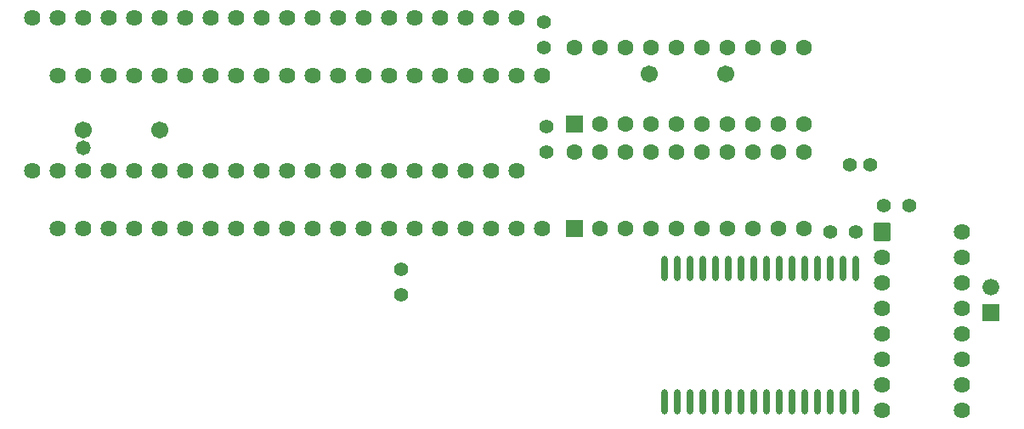
<source format=gbs>
G04 Layer: BottomSolderMaskLayer*
G04 EasyEDA v6.5.51, 2025-09-14 18:22:56*
G04 65470a2a99dd484cb8e495e3fbabed1f,d25947a9a65e436e8dba57a0ec84572b,10*
G04 Gerber Generator version 0.2*
G04 Scale: 100 percent, Rotated: No, Reflected: No *
G04 Dimensions in millimeters *
G04 leading zeros omitted , absolute positions ,4 integer and 5 decimal *
%FSLAX45Y45*%
%MOMM*%

%AMMACRO1*4,1,8,-0.8085,-0.8382,-0.8382,-0.8084,-0.8382,0.8085,-0.8085,0.8382,0.8084,0.8382,0.8382,0.8085,0.8382,-0.8084,0.8084,-0.8382,-0.8085,-0.8382,0*%
%AMMACRO2*4,1,8,-0.7831,-0.9008,-0.8128,-0.871,-0.8128,0.8711,-0.7831,0.9008,0.783,0.9008,0.8128,0.8711,0.8128,-0.871,0.783,-0.9008,-0.7831,-0.9008,0*%
%AMMACRO3*4,1,8,-0.8211,-0.8508,-0.8508,-0.821,-0.8508,0.8211,-0.8211,0.8508,0.821,0.8508,0.8508,0.8211,0.8508,-0.821,0.821,-0.8508,-0.8211,-0.8508,0*%
%ADD10C,1.6256*%
%ADD11C,1.7016*%
%ADD12O,0.68961X2.49809*%
%ADD13MACRO1*%
%ADD14C,1.6764*%
%ADD15C,0.0154*%
%ADD16C,1.4016*%
%ADD17C,1.4732*%
%ADD18C,1.3970*%
%ADD19MACRO2*%
%ADD20C,1.6016*%
%ADD21MACRO3*%

%LPD*%
D10*
G01*
X406400Y-2285997D03*
G01*
X660400Y-2285997D03*
G01*
X914400Y-2285997D03*
G01*
X1168400Y-2285997D03*
G01*
X1422400Y-2285997D03*
G01*
X2692400Y-2285997D03*
G01*
X2438400Y-2285997D03*
G01*
X2184400Y-2285997D03*
G01*
X1930400Y-2285997D03*
G01*
X1676400Y-2285997D03*
G01*
X3962400Y-2285997D03*
G01*
X3708400Y-2285997D03*
G01*
X3454400Y-2285997D03*
G01*
X3200400Y-2285997D03*
G01*
X2946400Y-2285997D03*
G01*
X5232400Y-2285997D03*
G01*
X4978400Y-2285997D03*
G01*
X4724400Y-2285997D03*
G01*
X4470400Y-2285997D03*
G01*
X4216400Y-2285997D03*
G01*
X406400Y-761997D03*
G01*
X660400Y-761997D03*
G01*
X914400Y-761997D03*
G01*
X1168400Y-761997D03*
G01*
X1422400Y-761997D03*
G01*
X2692400Y-761997D03*
G01*
X2438400Y-761997D03*
G01*
X2184400Y-761997D03*
G01*
X1930400Y-761997D03*
G01*
X1676400Y-761997D03*
G01*
X3962400Y-761997D03*
G01*
X3708400Y-761997D03*
G01*
X3454400Y-761997D03*
G01*
X3200400Y-761997D03*
G01*
X2946400Y-761997D03*
G01*
X5232400Y-761997D03*
G01*
X4978400Y-761997D03*
G01*
X4724400Y-761997D03*
G01*
X4470400Y-761997D03*
G01*
X4216400Y-761997D03*
D11*
G01*
X660400Y-1308097D03*
G01*
X1422400Y-1308097D03*
D12*
G01*
X8356600Y-4017871D03*
G01*
X8229600Y-4017871D03*
G01*
X8102600Y-4017871D03*
G01*
X7975600Y-4017871D03*
G01*
X7848600Y-4017871D03*
G01*
X7721600Y-4017871D03*
G01*
X7594600Y-4017871D03*
G01*
X7467600Y-4017871D03*
G01*
X7340600Y-4017871D03*
G01*
X7213600Y-4017871D03*
G01*
X7086600Y-4017871D03*
G01*
X6959600Y-4017871D03*
G01*
X6832600Y-4017871D03*
G01*
X6705600Y-4017871D03*
G01*
X6578600Y-4017871D03*
G01*
X6451600Y-4017871D03*
G01*
X8356600Y-2687723D03*
G01*
X8229600Y-2687723D03*
G01*
X8102600Y-2687723D03*
G01*
X7975600Y-2687723D03*
G01*
X7848600Y-2687723D03*
G01*
X7721600Y-2687723D03*
G01*
X7594600Y-2687723D03*
G01*
X7467600Y-2687723D03*
G01*
X7340600Y-2687723D03*
G01*
X7213600Y-2687723D03*
G01*
X7086600Y-2687723D03*
G01*
X6959600Y-2687723D03*
G01*
X6832600Y-2687723D03*
G01*
X6705600Y-2687723D03*
G01*
X6578600Y-2687723D03*
G01*
X6451600Y-2687723D03*
D11*
G01*
X6299200Y-749297D03*
G01*
X7061200Y-749297D03*
D13*
G01*
X9702800Y-3124200D03*
D14*
G01*
X9702800Y-2870197D03*
D16*
G01*
X8294700Y-1650997D03*
G01*
X8494699Y-1650997D03*
D17*
G01*
X660400Y-1485897D03*
D18*
G01*
X8102600Y-2324097D03*
G01*
X8356600Y-2324097D03*
G01*
X3822700Y-2946397D03*
G01*
X3822700Y-2692397D03*
G01*
X8636000Y-2057397D03*
G01*
X8890000Y-2057397D03*
D19*
G01*
X8619997Y-2324098D03*
D10*
G01*
X8619997Y-2578097D03*
G01*
X8619997Y-3848097D03*
G01*
X8619997Y-4102097D03*
G01*
X8619997Y-2832097D03*
G01*
X8619997Y-3086097D03*
G01*
X8619997Y-3594097D03*
G01*
X8619997Y-3340097D03*
G01*
X9414002Y-4102097D03*
G01*
X9414002Y-3848097D03*
G01*
X9414002Y-3594097D03*
G01*
X9414002Y-3340097D03*
G01*
X9414002Y-3086097D03*
G01*
X9414002Y-2832097D03*
G01*
X9414002Y-2578097D03*
G01*
X9414002Y-2324097D03*
G01*
X152400Y-1714497D03*
G01*
X406400Y-1714497D03*
G01*
X660400Y-1714497D03*
G01*
X914400Y-1714497D03*
G01*
X1168400Y-1714497D03*
G01*
X1422400Y-1714497D03*
G01*
X1676400Y-1714497D03*
G01*
X1930400Y-1714497D03*
G01*
X2184400Y-1714497D03*
G01*
X2438400Y-1714497D03*
G01*
X2692400Y-1714497D03*
G01*
X2946400Y-1714497D03*
G01*
X3200400Y-1714497D03*
G01*
X3454400Y-1714497D03*
G01*
X3708400Y-1714497D03*
G01*
X3962400Y-1714497D03*
G01*
X4216400Y-1714497D03*
G01*
X4470400Y-1714497D03*
G01*
X4724400Y-1714497D03*
G01*
X4978400Y-1714497D03*
G01*
X4978400Y-190497D03*
G01*
X4724400Y-190497D03*
G01*
X4470400Y-190497D03*
G01*
X4216400Y-190497D03*
G01*
X3962400Y-190497D03*
G01*
X3708400Y-190497D03*
G01*
X3454400Y-190497D03*
G01*
X3200400Y-190497D03*
G01*
X2946400Y-190497D03*
G01*
X2692400Y-190497D03*
G01*
X2438400Y-190497D03*
G01*
X2184400Y-190497D03*
G01*
X1930400Y-190497D03*
G01*
X1676400Y-190497D03*
G01*
X1422400Y-190497D03*
G01*
X1168400Y-190497D03*
G01*
X914400Y-190497D03*
G01*
X660400Y-190497D03*
G01*
X406400Y-190497D03*
G01*
X152400Y-190497D03*
D20*
G01*
X7330287Y-480692D03*
G01*
X7330287Y-1242692D03*
G01*
X7076287Y-480692D03*
G01*
X7076287Y-1242692D03*
G01*
X6822287Y-480692D03*
G01*
X6822287Y-1242692D03*
G01*
X6568287Y-480692D03*
G01*
X6568287Y-1242692D03*
G01*
X6314287Y-480692D03*
G01*
X6314287Y-1242692D03*
G01*
X6060287Y-480692D03*
G01*
X6060287Y-1242692D03*
G01*
X5806287Y-480692D03*
G01*
X5806287Y-1242692D03*
G01*
X5552287Y-480692D03*
D21*
G01*
X5552297Y-1242702D03*
D20*
G01*
X7584313Y-1242692D03*
G01*
X7584313Y-480692D03*
G01*
X7838313Y-1242692D03*
G01*
X7838313Y-480692D03*
G01*
X7330287Y-1525089D03*
G01*
X7330287Y-2287089D03*
G01*
X7076287Y-1525089D03*
G01*
X7076287Y-2287089D03*
G01*
X6822287Y-1525089D03*
G01*
X6822287Y-2287089D03*
G01*
X6568287Y-1525089D03*
G01*
X6568287Y-2287089D03*
G01*
X6314287Y-1525089D03*
G01*
X6314287Y-2287089D03*
G01*
X6060287Y-1525089D03*
G01*
X6060287Y-2287089D03*
G01*
X5806287Y-1525089D03*
G01*
X5806287Y-2287089D03*
G01*
X5552287Y-1525089D03*
D21*
G01*
X5552297Y-2287097D03*
D20*
G01*
X7584313Y-2287089D03*
G01*
X7584313Y-1525089D03*
G01*
X7838313Y-2287089D03*
G01*
X7838313Y-1525089D03*
D18*
G01*
X5270500Y-1269997D03*
G01*
X5270500Y-1523997D03*
G01*
X5245100Y-228597D03*
G01*
X5245100Y-482597D03*
M02*

</source>
